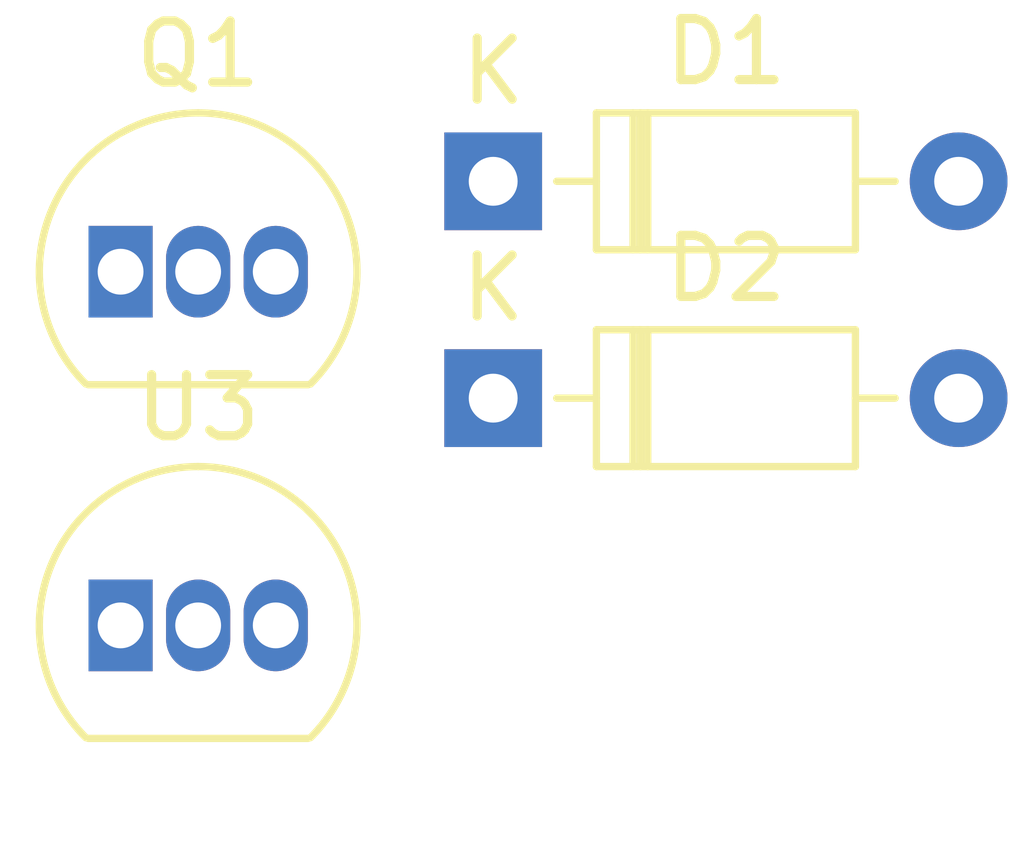
<source format=kicad_pcb>
(kicad_pcb (version 20221018) (generator pcbnew)
  (layers (0 "F.Cu" signal) (31 "B.Cu" signal) (34 "B.Paste" user) (35 "F.Paste" user) (36 "B.SilkS" user "B.Silkscreen") (37 "F.SilkS" user "F.Silkscreen") (38 "B.Mask" user) (39 "F.Mask" user) (44 "Edge.Cuts" user))
  (net 0 "")
  (net 1 "+3.3V")
  (net 2 "adc")
  (net 3 "GND")
  (net 4 "Net-(Q1-C)")
  (net 5 "Net-(Q1-B)")
  (footprint "Package_TO_SOT_THT:TO-92_Inline" (layer "F.Cu") (at 82.546 72.808)
    (fp_text reference "U3" (at 1.27 -3.56) (layer "F.SilkS"))
    (fp_text value "TL431LP")
    (fp_line (start -0.53 1.85) (end 3.07 1.85) (stroke (width 0.12)) (layer "F.SilkS"))
    (fp_arc (start -0.568478 1.838478) (mid -1.132087 -0.994977) (end 1.27 -2.6) (stroke (width 0.12)) (layer "F.SilkS"))
    (fp_arc (start 1.27 -2.6) (mid 3.672087 -0.994977) (end 3.108478 1.838478) (stroke (width 0.12)) (layer "F.SilkS"))
    (pad "1" thru_hole rect (at 0 0) (size 1.05 1.5) (drill 0.75) (layers "*.Cu" "*.Mask"))
    (pad "2" thru_hole oval (at 1.27 0) (size 1.05 1.5) (drill 0.75) (layers "*.Cu" "*.Mask"))
    (pad "3" thru_hole oval (at 2.54 0) (size 1.05 1.5) (drill 0.75) (layers "*.Cu" "*.Mask"))
  )
  (footprint "Package_TO_SOT_THT:TO-92_Inline" (layer "F.Cu") (at 82.546 67.018)
    (fp_text reference "Q1" (at 1.27 -3.56) (layer "F.SilkS"))
    (fp_text value "BC547")
    (fp_line (start -0.53 1.85) (end 3.07 1.85) (stroke (width 0.12)) (layer "F.SilkS"))
    (fp_arc (start -0.568478 1.838478) (mid -1.132087 -0.994977) (end 1.27 -2.6) (stroke (width 0.12)) (layer "F.SilkS"))
    (fp_arc (start 1.27 -2.6) (mid 3.672087 -0.994977) (end 3.108478 1.838478) (stroke (width 0.12)) (layer "F.SilkS"))
    (pad "1" thru_hole rect (at 0 0) (size 1.05 1.5) (drill 0.75) (layers "*.Cu" "*.Mask") (net 4 "Net-(Q1-C)"))
    (pad "2" thru_hole oval (at 1.27 0) (size 1.05 1.5) (drill 0.75) (layers "*.Cu" "*.Mask") (net 5 "Net-(Q1-B)"))
    (pad "3" thru_hole oval (at 2.54 0) (size 1.05 1.5) (drill 0.75) (layers "*.Cu" "*.Mask") (net 3 "GND"))
  )
  (footprint "Diode_THT:D_DO-35_SOD27_P7.62mm_Horizontal" (layer "F.Cu") (at 88.646 65.538)
    (fp_text reference "D1" (at 3.81 -2.12) (layer "F.SilkS"))
    (fp_text value "1N4148")
    (fp_text user "K" (at 0 -1.8) (layer "F.SilkS"))
    (fp_line (start 1.04 0) (end 1.69 0) (stroke (width 0.12)) (layer "F.SilkS"))
    (fp_line (start 1.69 -1.12) (end 1.69 1.12) (stroke (width 0.12)) (layer "F.SilkS"))
    (fp_line (start 1.69 1.12) (end 5.93 1.12) (stroke (width 0.12)) (layer "F.SilkS"))
    (fp_line (start 2.29 -1.12) (end 2.29 1.12) (stroke (width 0.12)) (layer "F.SilkS"))
    (fp_line (start 2.41 -1.12) (end 2.41 1.12) (stroke (width 0.12)) (layer "F.SilkS"))
    (fp_line (start 2.53 -1.12) (end 2.53 1.12) (stroke (width 0.12)) (layer "F.SilkS"))
    (fp_line (start 5.93 -1.12) (end 1.69 -1.12) (stroke (width 0.12)) (layer "F.SilkS"))
    (fp_line (start 5.93 1.12) (end 5.93 -1.12) (stroke (width 0.12)) (layer "F.SilkS"))
    (fp_line (start 6.58 0) (end 5.93 0) (stroke (width 0.12)) (layer "F.SilkS"))
    (pad "1" thru_hole rect (at 0 0) (size 1.6 1.6) (drill 0.8) (layers "*.Cu" "*.Mask") (net 1 "+3.3V"))
    (pad "2" thru_hole oval (at 7.62 0) (size 1.6 1.6) (drill 0.8) (layers "*.Cu" "*.Mask") (net 2 "adc"))
  )
  (footprint "Diode_THT:D_DO-35_SOD27_P7.62mm_Horizontal" (layer "F.Cu") (at 88.646 69.088)
    (fp_text reference "D2" (at 3.81 -2.12) (layer "F.SilkS"))
    (fp_text value "1N4148")
    (fp_text user "K" (at 0 -1.8) (layer "F.SilkS"))
    (fp_line (start 1.04 0) (end 1.69 0) (stroke (width 0.12)) (layer "F.SilkS"))
    (fp_line (start 1.69 -1.12) (end 1.69 1.12) (stroke (width 0.12)) (layer "F.SilkS"))
    (fp_line (start 1.69 1.12) (end 5.93 1.12) (stroke (width 0.12)) (layer "F.SilkS"))
    (fp_line (start 2.29 -1.12) (end 2.29 1.12) (stroke (width 0.12)) (layer "F.SilkS"))
    (fp_line (start 2.41 -1.12) (end 2.41 1.12) (stroke (width 0.12)) (layer "F.SilkS"))
    (fp_line (start 2.53 -1.12) (end 2.53 1.12) (stroke (width 0.12)) (layer "F.SilkS"))
    (fp_line (start 5.93 -1.12) (end 1.69 -1.12) (stroke (width 0.12)) (layer "F.SilkS"))
    (fp_line (start 5.93 1.12) (end 5.93 -1.12) (stroke (width 0.12)) (layer "F.SilkS"))
    (fp_line (start 6.58 0) (end 5.93 0) (stroke (width 0.12)) (layer "F.SilkS"))
    (pad "1" thru_hole rect (at 0 0) (size 1.6 1.6) (drill 0.8) (layers "*.Cu" "*.Mask") (net 2 "adc"))
    (pad "2" thru_hole oval (at 7.62 0) (size 1.6 1.6) (drill 0.8) (layers "*.Cu" "*.Mask") (net 3 "GND"))
  )
)
</source>
